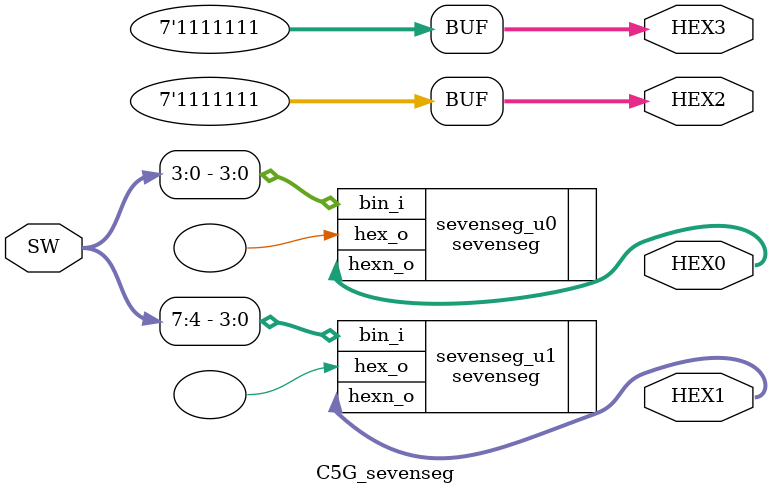
<source format=sv>


module C5G_sevenseg(

	//////////// SW //////////
	input 		     [9:0]		SW,

	//////////// SEG7 //////////
	output		     [6:0]		HEX0,
	output		     [6:0]		HEX1,
	output		     [6:0]		HEX2,
	output		     [6:0]		HEX3
);



//=======================================================
//  REG/WIRE declarations
//=======================================================


//=======================================================
//  Structural coding
//=======================================================

sevenseg 		sevenseg_u0
(
	.bin_i 			(SW [3:0]),		// LSB for hex0
	.hex_o 			(),				// empty, NC
	.hexn_o			(HEX0)			// right most display
);

sevenseg 		sevenseg_u1
(
	.bin_i 			(SW [7:4]),		// LSB for hex1
	.hex_o 			(),				// empty, NC
	.hexn_o			(HEX1)			// second right most display
);

assign HEX2 = '1;	// turn off the LED
assign HEX3 = '1;	// turn off the LED

endmodule

</source>
